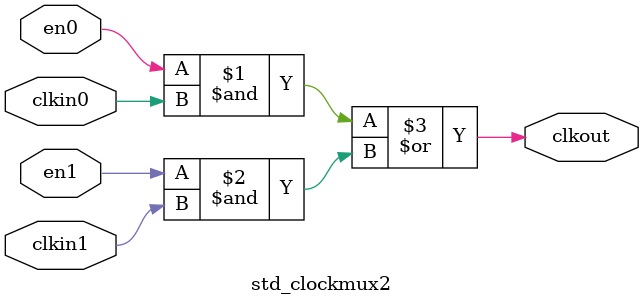
<source format=sv>

module std_clockmux2 #(parameter N    = 1       /*vector width*/)
(
	input [N-1:0]  en0, // clkin0 enable (stable high)
	input [N-1:0]  en1, // clkin1 enable (stable high)
	input [N-1:0]  clkin0, // clock input
	input [N-1:0]  clkin1, // clock input
	output [N-1:0] clkout // clock output
);

assign clkout[N-1:0] = (en0[N-1:0] & clkin0[N-1:0]) | (en1[N-1:0] & clkin1);

endmodule //std_clockmux2
</source>
